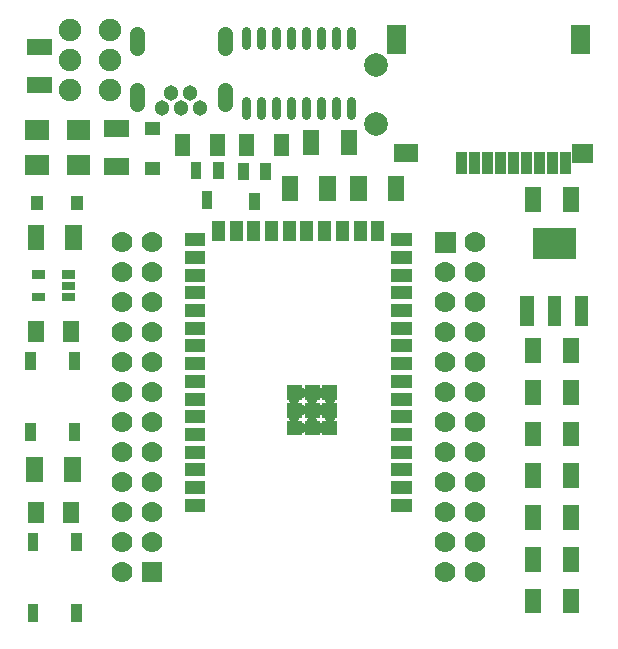
<source format=gts>
G04 Layer: TopSolderMaskLayer*
G04 EasyEDA v6.4.25, 2021-10-04T21:02:54--4:00*
G04 e5a6d802368343aa863876e234e9a9e8,96b9eb17c6bf4bf1aa34359f555252a9,10*
G04 Gerber Generator version 0.2*
G04 Scale: 100 percent, Rotated: No, Reflected: No *
G04 Dimensions in millimeters *
G04 leading zeros omitted , absolute positions ,4 integer and 5 decimal *
%FSLAX45Y45*%
%MOMM*%

%ADD46C,0.8032*%
%ADD47C,1.3016*%
%ADD48C,2.0032*%
%ADD58C,1.9016*%
%ADD61R,1.7780X1.7780*%
%ADD62C,1.7780*%
%ADD66R,2.0041X1.6027*%
%ADD70C,0.8232*%

%LPD*%
D46*
X635502Y252806D02*
G01*
X635502Y132806D01*
X762502Y252806D02*
G01*
X762502Y132806D01*
X889502Y252806D02*
G01*
X889502Y132806D01*
X1016502Y252806D02*
G01*
X1016502Y132806D01*
X1143502Y252806D02*
G01*
X1143502Y132806D01*
X1270502Y252806D02*
G01*
X1270502Y132806D01*
X1397502Y252806D02*
G01*
X1397502Y132806D01*
X1524502Y252806D02*
G01*
X1524502Y132806D01*
X635502Y847166D02*
G01*
X635502Y727166D01*
X762502Y847166D02*
G01*
X762502Y727166D01*
X889502Y847166D02*
G01*
X889502Y727166D01*
X1016502Y847166D02*
G01*
X1016502Y727166D01*
X1143502Y847166D02*
G01*
X1143502Y727166D01*
X1270502Y847166D02*
G01*
X1270502Y727166D01*
X1397502Y847166D02*
G01*
X1397502Y727166D01*
X1524502Y847166D02*
G01*
X1524502Y727166D01*
D47*
X461995Y702630D02*
G01*
X461995Y822629D01*
X461995Y227624D02*
G01*
X461995Y347624D01*
X-281995Y227624D02*
G01*
X-281995Y347624D01*
X-281995Y702630D02*
G01*
X-281995Y822629D01*
D48*
G01*
X1740072Y59964D03*
G01*
X1740072Y559937D03*
G36*
X264815Y-657560D02*
G01*
X264815Y-512272D01*
X355239Y-512272D01*
X355239Y-657560D01*
G37*
G36*
X169819Y-407624D02*
G01*
X169819Y-262336D01*
X260243Y-262336D01*
X260243Y-407624D01*
G37*
G36*
X359811Y-407624D02*
G01*
X359811Y-262336D01*
X450235Y-262336D01*
X450235Y-407624D01*
G37*
G36*
X664865Y-667720D02*
G01*
X664865Y-522432D01*
X755289Y-522432D01*
X755289Y-667720D01*
G37*
G36*
X569869Y-417784D02*
G01*
X569869Y-272496D01*
X660293Y-272496D01*
X660293Y-417784D01*
G37*
G36*
X759861Y-417784D02*
G01*
X759861Y-272496D01*
X850285Y-272496D01*
X850285Y-417784D01*
G37*
G36*
X-1210162Y-4155140D02*
G01*
X-1210162Y-4004772D01*
X-1119992Y-4004772D01*
X-1119992Y-4155140D01*
G37*
G36*
X-1210162Y-3555192D02*
G01*
X-1210162Y-3404824D01*
X-1119992Y-3404824D01*
X-1119992Y-3555192D01*
G37*
G36*
X-840084Y-4155140D02*
G01*
X-840084Y-4004772D01*
X-749914Y-4004772D01*
X-749914Y-4155140D01*
G37*
G36*
X-840084Y-3555192D02*
G01*
X-840084Y-3404824D01*
X-749914Y-3404824D01*
X-749914Y-3555192D01*
G37*
G36*
X-1175110Y-1440134D02*
G01*
X-1175110Y-1370030D01*
X-1064874Y-1370030D01*
X-1064874Y-1440134D01*
G37*
G36*
X-1175110Y-1250142D02*
G01*
X-1175110Y-1180038D01*
X-1064874Y-1180038D01*
X-1064874Y-1250142D01*
G37*
G36*
X-915014Y-1250142D02*
G01*
X-915014Y-1180038D01*
X-805032Y-1180038D01*
X-805032Y-1250142D01*
G37*
G36*
X-915014Y-1345138D02*
G01*
X-915014Y-1275034D01*
X-805032Y-1275034D01*
X-805032Y-1345138D01*
G37*
G36*
X-915014Y-1440134D02*
G01*
X-915014Y-1370030D01*
X-805032Y-1370030D01*
X-805032Y-1440134D01*
G37*
D47*
G01*
X-71988Y197454D03*
G01*
X88005Y197454D03*
G01*
X8021Y317825D03*
G01*
X168015Y317825D03*
G01*
X248000Y197454D03*
G36*
X-880216Y-75138D02*
G01*
X-880216Y95041D01*
X-679810Y95041D01*
X-679810Y-75138D01*
G37*
G36*
X-880216Y-375112D02*
G01*
X-880216Y-204932D01*
X-679810Y-204932D01*
X-679810Y-375112D01*
G37*
G36*
X-212704Y-33228D02*
G01*
X-212704Y71927D01*
X-87482Y71927D01*
X-87482Y-33228D01*
G37*
G36*
X-212704Y-371810D02*
G01*
X-212704Y-266654D01*
X-87482Y-266654D01*
X-87482Y-371810D01*
G37*
G36*
X-843386Y-672546D02*
G01*
X-843386Y-547324D01*
X-738230Y-547324D01*
X-738230Y-672546D01*
G37*
G36*
X-1181714Y-672546D02*
G01*
X-1181714Y-547324D01*
X-1076558Y-547324D01*
X-1076558Y-672546D01*
G37*
G36*
X872383Y-210012D02*
G01*
X872383Y-29926D01*
X1003447Y-29926D01*
X1003447Y-210012D01*
G37*
G36*
X576727Y-210012D02*
G01*
X576727Y-29926D01*
X707537Y-29926D01*
X707537Y-210012D01*
G37*
G36*
X36723Y-210012D02*
G01*
X36723Y-29926D01*
X167533Y-29926D01*
X167533Y-210012D01*
G37*
G36*
X332379Y-210012D02*
G01*
X332379Y-29926D01*
X463443Y-29926D01*
X463443Y-210012D01*
G37*
G36*
X-1203304Y-3320242D02*
G01*
X-1203304Y-3139902D01*
X-1072494Y-3139902D01*
X-1072494Y-3320242D01*
G37*
G36*
X-907648Y-3320242D02*
G01*
X-907648Y-3139902D01*
X-776584Y-3139902D01*
X-776584Y-3320242D01*
G37*
G36*
X2962295Y-1654002D02*
G01*
X2962295Y-1397462D01*
X3077611Y-1397462D01*
X3077611Y-1654002D01*
G37*
G36*
X3192419Y-1654002D02*
G01*
X3192419Y-1397462D01*
X3307481Y-1397462D01*
X3307481Y-1654002D01*
G37*
G36*
X3422543Y-1654002D02*
G01*
X3422543Y-1397462D01*
X3537605Y-1397462D01*
X3537605Y-1654002D01*
G37*
G36*
X3067959Y-1082502D02*
G01*
X3067959Y-825962D01*
X3432195Y-825962D01*
X3432195Y-1082502D01*
G37*
G36*
X-907648Y-1790146D02*
G01*
X-907648Y-1609806D01*
X-776584Y-1609806D01*
X-776584Y-1790146D01*
G37*
G36*
X-1203304Y-1790146D02*
G01*
X-1203304Y-1609806D01*
X-1072494Y-1609806D01*
X-1072494Y-1790146D01*
G37*
D58*
G01*
X-510011Y854019D03*
G01*
X-510011Y600019D03*
G01*
X-510011Y346019D03*
G01*
X-850016Y854019D03*
G01*
X-850016Y600019D03*
G01*
X-850016Y346019D03*
G36*
X939947Y-595076D02*
G01*
X939947Y-384764D01*
X1080155Y-384764D01*
X1080155Y-595076D01*
G37*
G36*
X1259733Y-595076D02*
G01*
X1259733Y-384764D01*
X1400195Y-384764D01*
X1400195Y-595076D01*
G37*
G36*
X1119779Y-205186D02*
G01*
X1119779Y5125D01*
X1260241Y5125D01*
X1260241Y-205186D01*
G37*
G36*
X1439819Y-205186D02*
G01*
X1439819Y5125D01*
X1580281Y5125D01*
X1580281Y-205186D01*
G37*
G36*
X-1215242Y639871D02*
G01*
X-1215242Y780079D01*
X-1004930Y780079D01*
X-1004930Y639871D01*
G37*
G36*
X-1215242Y319831D02*
G01*
X-1215242Y460039D01*
X-1004930Y460039D01*
X-1004930Y319831D01*
G37*
D61*
G01*
X-158094Y-3733500D03*
D62*
G01*
X-412094Y-3733500D03*
G01*
X-158094Y-3479500D03*
G01*
X-412094Y-3479500D03*
G01*
X-158094Y-3225500D03*
G01*
X-412094Y-3225500D03*
G01*
X-158094Y-2971500D03*
G01*
X-412094Y-2971500D03*
G01*
X-158094Y-2717500D03*
G01*
X-412094Y-2717500D03*
G01*
X-158094Y-2463500D03*
G01*
X-412094Y-2463500D03*
G01*
X-158094Y-2209500D03*
G01*
X-412094Y-2209500D03*
G01*
X-158094Y-1955500D03*
G01*
X-412094Y-1955500D03*
G01*
X-158094Y-1701500D03*
G01*
X-412094Y-1701500D03*
G01*
X-158094Y-1447500D03*
G01*
X-412094Y-1447500D03*
G01*
X-158094Y-1193500D03*
G01*
X-412094Y-1193500D03*
G01*
X-158094Y-939500D03*
G01*
X-412094Y-939500D03*
G36*
X2235093Y-1030432D02*
G01*
X2235093Y-852632D01*
X2412893Y-852632D01*
X2412893Y-1030432D01*
G37*
G01*
X2578018Y-941405D03*
G01*
X2324018Y-1195405D03*
G01*
X2578018Y-1195405D03*
G01*
X2324018Y-1449405D03*
G01*
X2578018Y-1449405D03*
G01*
X2324018Y-1703405D03*
G01*
X2578018Y-1703405D03*
G01*
X2324018Y-1957405D03*
G01*
X2578018Y-1957405D03*
G01*
X2324018Y-2211405D03*
G01*
X2578018Y-2211405D03*
G01*
X2324018Y-2465405D03*
G01*
X2578018Y-2465405D03*
G01*
X2324018Y-2719405D03*
G01*
X2578018Y-2719405D03*
G01*
X2324018Y-2973405D03*
G01*
X2578018Y-2973405D03*
G01*
X2324018Y-3227405D03*
G01*
X2578018Y-3227405D03*
G01*
X2324018Y-3481405D03*
G01*
X2578018Y-3481405D03*
G01*
X2324018Y-3735405D03*
G01*
X2578018Y-3735405D03*
G36*
X-1230228Y-75138D02*
G01*
X-1230228Y95041D01*
X-1029822Y95041D01*
X-1029822Y-75138D01*
G37*
G36*
X-1230228Y-375112D02*
G01*
X-1230228Y-204932D01*
X-1029822Y-204932D01*
X-1029822Y-375112D01*
G37*
G36*
X-1230228Y-2625044D02*
G01*
X-1230228Y-2474930D01*
X-1139804Y-2474930D01*
X-1139804Y-2625044D01*
G37*
G36*
X-1230228Y-2025096D02*
G01*
X-1230228Y-1874728D01*
X-1139804Y-1874728D01*
X-1139804Y-2025096D01*
G37*
G36*
X-860150Y-2625044D02*
G01*
X-860150Y-2474930D01*
X-769726Y-2474930D01*
X-769726Y-2625044D01*
G37*
G36*
X-860150Y-2025096D02*
G01*
X-860150Y-1874728D01*
X-769726Y-1874728D01*
X-769726Y-2025096D01*
G37*
G36*
X3319927Y-3378408D02*
G01*
X3319927Y-3168096D01*
X3460135Y-3168096D01*
X3460135Y-3378408D01*
G37*
G36*
X2999887Y-3378408D02*
G01*
X2999887Y-3168096D01*
X3140095Y-3168096D01*
X3140095Y-3378408D01*
G37*
G36*
X3319927Y-2318466D02*
G01*
X3319927Y-2108154D01*
X3460135Y-2108154D01*
X3460135Y-2318466D01*
G37*
G36*
X2999887Y-2318466D02*
G01*
X2999887Y-2108154D01*
X3140095Y-2108154D01*
X3140095Y-2318466D01*
G37*
G36*
X3319927Y-3025094D02*
G01*
X3319927Y-2814782D01*
X3460135Y-2814782D01*
X3460135Y-3025094D01*
G37*
G36*
X2999887Y-3025094D02*
G01*
X2999887Y-2814782D01*
X3140095Y-2814782D01*
X3140095Y-3025094D01*
G37*
G36*
X3319927Y-4085290D02*
G01*
X3319927Y-3874724D01*
X3460135Y-3874724D01*
X3460135Y-4085290D01*
G37*
G36*
X2999887Y-4085290D02*
G01*
X2999887Y-3874724D01*
X3140095Y-3874724D01*
X3140095Y-4085290D01*
G37*
G36*
X2999887Y-1965152D02*
G01*
X2999887Y-1754840D01*
X3140095Y-1754840D01*
X3140095Y-1965152D01*
G37*
G36*
X3319927Y-1965152D02*
G01*
X3319927Y-1754840D01*
X3460135Y-1754840D01*
X3460135Y-1965152D01*
G37*
G36*
X-1210162Y-1005286D02*
G01*
X-1210162Y-794720D01*
X-1069954Y-794720D01*
X-1069954Y-1005286D01*
G37*
G36*
X-890122Y-1005286D02*
G01*
X-890122Y-794720D01*
X-749914Y-794720D01*
X-749914Y-1005286D01*
G37*
G36*
X-565256Y-50246D02*
G01*
X-565256Y90215D01*
X-354944Y90215D01*
X-354944Y-50246D01*
G37*
G36*
X-565256Y-370286D02*
G01*
X-565256Y-229824D01*
X-354944Y-229824D01*
X-354944Y-370286D01*
G37*
G36*
X3319927Y-3731722D02*
G01*
X3319927Y-3521410D01*
X3460135Y-3521410D01*
X3460135Y-3731722D01*
G37*
G36*
X2999887Y-3731722D02*
G01*
X2999887Y-3521410D01*
X3140095Y-3521410D01*
X3140095Y-3731722D01*
G37*
G36*
X3319927Y-2671780D02*
G01*
X3319927Y-2461468D01*
X3460135Y-2461468D01*
X3460135Y-2671780D01*
G37*
G36*
X2999887Y-2671780D02*
G01*
X2999887Y-2461468D01*
X3140095Y-2461468D01*
X3140095Y-2671780D01*
G37*
G36*
X2419751Y-362920D02*
G01*
X2419751Y-182580D01*
X2510175Y-182580D01*
X2510175Y-362920D01*
G37*
G36*
X2529733Y-362920D02*
G01*
X2529733Y-182580D01*
X2620157Y-182580D01*
X2620157Y-362920D01*
G37*
G36*
X2639715Y-362920D02*
G01*
X2639715Y-182580D01*
X2730139Y-182580D01*
X2730139Y-362920D01*
G37*
G36*
X2749697Y-362920D02*
G01*
X2749697Y-182580D01*
X2840121Y-182580D01*
X2840121Y-362920D01*
G37*
G36*
X2859679Y-362920D02*
G01*
X2859679Y-182580D01*
X2950103Y-182580D01*
X2950103Y-362920D01*
G37*
G36*
X2969661Y-362920D02*
G01*
X2969661Y-182580D01*
X3060085Y-182580D01*
X3060085Y-362920D01*
G37*
G36*
X3079897Y-362920D02*
G01*
X3079897Y-182580D01*
X3170321Y-182580D01*
X3170321Y-362920D01*
G37*
G36*
X3189879Y-362920D02*
G01*
X3189879Y-182580D01*
X3280303Y-182580D01*
X3280303Y-362920D01*
G37*
G36*
X3299861Y-362920D02*
G01*
X3299861Y-182580D01*
X3390285Y-182580D01*
X3390285Y-362920D01*
G37*
G36*
X3399937Y-267416D02*
G01*
X3399937Y-107142D01*
X3580277Y-107142D01*
X3580277Y-267416D01*
G37*
G36*
X3389777Y652571D02*
G01*
X3389777Y892855D01*
X3550051Y892855D01*
X3550051Y652571D01*
G37*
D66*
G01*
X1994936Y-187304D03*
G36*
X1829963Y652571D02*
G01*
X1829963Y892855D01*
X1990237Y892855D01*
X1990237Y652571D01*
G37*
G36*
X1869841Y-2325070D02*
G01*
X1869841Y-2214834D01*
X2040275Y-2214834D01*
X2040275Y-2325070D01*
G37*
G36*
X1869841Y-2175210D02*
G01*
X1869841Y-2064720D01*
X2040275Y-2064720D01*
X2040275Y-2175210D01*
G37*
G36*
X1869841Y-2025096D02*
G01*
X1869841Y-1914860D01*
X2040275Y-1914860D01*
X2040275Y-2025096D01*
G37*
G36*
X1869841Y-1875236D02*
G01*
X1869841Y-1764746D01*
X2040275Y-1764746D01*
X2040275Y-1875236D01*
G37*
G36*
X1869841Y-1725122D02*
G01*
X1869841Y-1614886D01*
X2040275Y-1614886D01*
X2040275Y-1725122D01*
G37*
G36*
X1869841Y-1575262D02*
G01*
X1869841Y-1464772D01*
X2040275Y-1464772D01*
X2040275Y-1575262D01*
G37*
G36*
X1869841Y-1425148D02*
G01*
X1869841Y-1314912D01*
X2040275Y-1314912D01*
X2040275Y-1425148D01*
G37*
G36*
X1869841Y-1275288D02*
G01*
X1869841Y-1164798D01*
X2040275Y-1164798D01*
X2040275Y-1275288D01*
G37*
G36*
X1869841Y-1125174D02*
G01*
X1869841Y-1014938D01*
X2040275Y-1014938D01*
X2040275Y-1125174D01*
G37*
G36*
X1869841Y-975060D02*
G01*
X1869841Y-864824D01*
X2040275Y-864824D01*
X2040275Y-975060D01*
G37*
G36*
X1869841Y-2475184D02*
G01*
X1869841Y-2364948D01*
X2040275Y-2364948D01*
X2040275Y-2475184D01*
G37*
G36*
X1869841Y-2625044D02*
G01*
X1869841Y-2514808D01*
X2040275Y-2514808D01*
X2040275Y-2625044D01*
G37*
G36*
X1869841Y-2775158D02*
G01*
X1869841Y-2664922D01*
X2040275Y-2664922D01*
X2040275Y-2775158D01*
G37*
G36*
X1869841Y-2925272D02*
G01*
X1869841Y-2814782D01*
X2040275Y-2814782D01*
X2040275Y-2925272D01*
G37*
G36*
X1869841Y-3075132D02*
G01*
X1869841Y-2964896D01*
X2040275Y-2964896D01*
X2040275Y-3075132D01*
G37*
G36*
X1869841Y-3225246D02*
G01*
X1869841Y-3114756D01*
X2040275Y-3114756D01*
X2040275Y-3225246D01*
G37*
G36*
X1699915Y-930102D02*
G01*
X1699915Y-759922D01*
X1810151Y-759922D01*
X1810151Y-930102D01*
G37*
G36*
X1549801Y-930102D02*
G01*
X1549801Y-759922D01*
X1660037Y-759922D01*
X1660037Y-930102D01*
G37*
G36*
X1399941Y-930102D02*
G01*
X1399941Y-759922D01*
X1510177Y-759922D01*
X1510177Y-930102D01*
G37*
G36*
X1249827Y-930102D02*
G01*
X1249827Y-759922D01*
X1360063Y-759922D01*
X1360063Y-930102D01*
G37*
G36*
X1099967Y-930102D02*
G01*
X1099967Y-759922D01*
X1210203Y-759922D01*
X1210203Y-930102D01*
G37*
G36*
X949853Y-930102D02*
G01*
X949853Y-759922D01*
X1060089Y-759922D01*
X1060089Y-930102D01*
G37*
G36*
X799739Y-930102D02*
G01*
X799739Y-759922D01*
X910229Y-759922D01*
X910229Y-930102D01*
G37*
G36*
X649879Y-930102D02*
G01*
X649879Y-759922D01*
X760115Y-759922D01*
X760115Y-930102D01*
G37*
G36*
X499765Y-930102D02*
G01*
X499765Y-759922D01*
X610255Y-759922D01*
X610255Y-930102D01*
G37*
G36*
X349905Y-930102D02*
G01*
X349905Y-759922D01*
X460141Y-759922D01*
X460141Y-930102D01*
G37*
G36*
X119781Y-975060D02*
G01*
X119781Y-864824D01*
X290215Y-864824D01*
X290215Y-975060D01*
G37*
G36*
X119781Y-1125174D02*
G01*
X119781Y-1014938D01*
X290215Y-1014938D01*
X290215Y-1125174D01*
G37*
G36*
X119781Y-1275288D02*
G01*
X119781Y-1164798D01*
X290215Y-1164798D01*
X290215Y-1275288D01*
G37*
G36*
X119781Y-1425148D02*
G01*
X119781Y-1314912D01*
X290215Y-1314912D01*
X290215Y-1425148D01*
G37*
G36*
X119781Y-1575262D02*
G01*
X119781Y-1464772D01*
X290215Y-1464772D01*
X290215Y-1575262D01*
G37*
G36*
X119781Y-1725122D02*
G01*
X119781Y-1614886D01*
X290215Y-1614886D01*
X290215Y-1725122D01*
G37*
G36*
X119781Y-1875236D02*
G01*
X119781Y-1764746D01*
X290215Y-1764746D01*
X290215Y-1875236D01*
G37*
G36*
X119781Y-2025096D02*
G01*
X119781Y-1914860D01*
X290215Y-1914860D01*
X290215Y-2025096D01*
G37*
G36*
X119781Y-2175210D02*
G01*
X119781Y-2064720D01*
X290215Y-2064720D01*
X290215Y-2175210D01*
G37*
G36*
X119781Y-2325070D02*
G01*
X119781Y-2214834D01*
X290215Y-2214834D01*
X290215Y-2325070D01*
G37*
G36*
X119781Y-2475184D02*
G01*
X119781Y-2364948D01*
X290215Y-2364948D01*
X290215Y-2475184D01*
G37*
G36*
X119781Y-2625044D02*
G01*
X119781Y-2514808D01*
X290215Y-2514808D01*
X290215Y-2625044D01*
G37*
G36*
X119781Y-2775158D02*
G01*
X119781Y-2664922D01*
X290215Y-2664922D01*
X290215Y-2775158D01*
G37*
G36*
X119781Y-2925272D02*
G01*
X119781Y-2814782D01*
X290215Y-2814782D01*
X290215Y-2925272D01*
G37*
G36*
X119781Y-3075132D02*
G01*
X119781Y-2964896D01*
X290215Y-2964896D01*
X290215Y-3075132D01*
G37*
G36*
X119781Y-3225246D02*
G01*
X119781Y-3114756D01*
X290215Y-3114756D01*
X290215Y-3225246D01*
G37*
G36*
X1286403Y-2577546D02*
G01*
X1286403Y-2452324D01*
X1411625Y-2452324D01*
X1411625Y-2577546D01*
G37*
G36*
X1136289Y-2577546D02*
G01*
X1136289Y-2452324D01*
X1261765Y-2452324D01*
X1261765Y-2577546D01*
G37*
G36*
X986429Y-2577546D02*
G01*
X986429Y-2452324D01*
X1111651Y-2452324D01*
X1111651Y-2577546D01*
G37*
G36*
X986429Y-2427686D02*
G01*
X986429Y-2302464D01*
X1111651Y-2302464D01*
X1111651Y-2427686D01*
G37*
G36*
X1136289Y-2427686D02*
G01*
X1136289Y-2302464D01*
X1261765Y-2302464D01*
X1261765Y-2427686D01*
G37*
G36*
X1286403Y-2427686D02*
G01*
X1286403Y-2302464D01*
X1411625Y-2302464D01*
X1411625Y-2427686D01*
G37*
G36*
X986429Y-2277572D02*
G01*
X986429Y-2152350D01*
X1111651Y-2152350D01*
X1111651Y-2277572D01*
G37*
G36*
X1136289Y-2277572D02*
G01*
X1136289Y-2152350D01*
X1261765Y-2152350D01*
X1261765Y-2277572D01*
G37*
G36*
X1286403Y-2277572D02*
G01*
X1286403Y-2152350D01*
X1411625Y-2152350D01*
X1411625Y-2277572D01*
G37*
D70*
G01*
X1274008Y-2515036D03*
G01*
X1123995Y-2515036D03*
G01*
X1048989Y-2440030D03*
G01*
X1048989Y-2290018D03*
G01*
X1123995Y-2215037D03*
G01*
X1274008Y-2215037D03*
G01*
X1274008Y-2365024D03*
G01*
X1123995Y-2365024D03*
G01*
X1199001Y-2445034D03*
G01*
X1199001Y-2289027D03*
G01*
X1349014Y-2442011D03*
G01*
X1348988Y-2289027D03*
G36*
X1839869Y-595076D02*
G01*
X1839869Y-384764D01*
X1980077Y-384764D01*
X1980077Y-595076D01*
G37*
G36*
X1519829Y-595076D02*
G01*
X1519829Y-384764D01*
X1660037Y-384764D01*
X1660037Y-595076D01*
G37*
G36*
X2999887Y-685246D02*
G01*
X2999887Y-474934D01*
X3140095Y-474934D01*
X3140095Y-685246D01*
G37*
G36*
X3319927Y-685246D02*
G01*
X3319927Y-474934D01*
X3460135Y-474934D01*
X3460135Y-685246D01*
G37*
G36*
X-900282Y-2975056D02*
G01*
X-900282Y-2764744D01*
X-759820Y-2764744D01*
X-759820Y-2975056D01*
G37*
G36*
X-1220068Y-2975056D02*
G01*
X-1220068Y-2764744D01*
X-1079860Y-2764744D01*
X-1079860Y-2975056D01*
G37*
M02*

</source>
